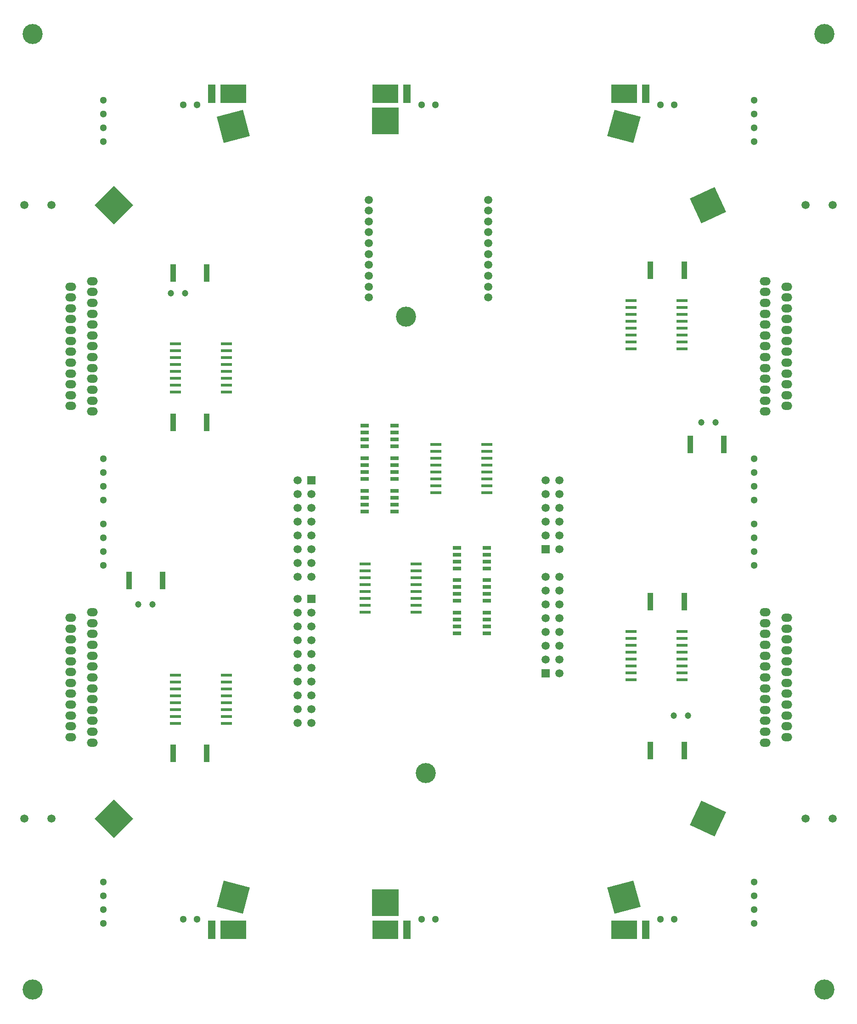
<source format=gts>
G04 (created by PCBNEW (2013-07-07 BZR 4022)-stable) date 8/26/2014 20:30:28*
%MOIN*%
G04 Gerber Fmt 3.4, Leading zero omitted, Abs format*
%FSLAX34Y34*%
G01*
G70*
G90*
G04 APERTURE LIST*
%ADD10C,0.00590551*%
%ADD11R,0.0393701X0.125984*%
%ADD12C,0.0590551*%
%ADD13R,0.0787402X0.023622*%
%ADD14R,0.0551181X0.132283*%
%ADD15R,0.191339X0.132283*%
%ADD16O,0.0787402X0.0590551*%
%ADD17R,0.19685X0.19685*%
%ADD18R,0.0590551X0.0590551*%
%ADD19C,0.0472441*%
%ADD20R,0.0590551X0.0275591*%
%ADD21C,0.0511811*%
%ADD22C,0.145669*%
G04 APERTURE END LIST*
G54D10*
G54D11*
X103307Y-54173D03*
X100866Y-54173D03*
X100433Y-41535D03*
X97992Y-41535D03*
X60157Y-64015D03*
X62598Y-64015D03*
X63346Y-76574D03*
X65787Y-76574D03*
X100433Y-76377D03*
X97992Y-76377D03*
X100433Y-65551D03*
X97992Y-65551D03*
X63346Y-41732D03*
X65787Y-41732D03*
X63346Y-52559D03*
X65787Y-52559D03*
G54D12*
X77559Y-36417D03*
X77559Y-37204D03*
X77559Y-37992D03*
X77559Y-38779D03*
X77559Y-39566D03*
X77559Y-40354D03*
X77559Y-41141D03*
X77559Y-41929D03*
X77559Y-42716D03*
X77559Y-43503D03*
X86220Y-43503D03*
X86220Y-42716D03*
X86220Y-41929D03*
X86220Y-41141D03*
X86220Y-40354D03*
X86220Y-39566D03*
X86220Y-38779D03*
X86220Y-37992D03*
X86220Y-37204D03*
X86220Y-36417D03*
G54D13*
X63503Y-70887D03*
X63503Y-71387D03*
X63503Y-71887D03*
X63503Y-72387D03*
X63503Y-72887D03*
X63503Y-73387D03*
X63503Y-73887D03*
X63503Y-74387D03*
X67204Y-74387D03*
X67204Y-73887D03*
X67204Y-73387D03*
X67204Y-72887D03*
X67204Y-72387D03*
X67204Y-71887D03*
X67204Y-71387D03*
X67204Y-70887D03*
X82401Y-54155D03*
X82401Y-54655D03*
X82401Y-55155D03*
X82401Y-55655D03*
X82401Y-56155D03*
X82401Y-56655D03*
X82401Y-57155D03*
X82401Y-57655D03*
X86102Y-57655D03*
X86102Y-57155D03*
X86102Y-56655D03*
X86102Y-56155D03*
X86102Y-55655D03*
X86102Y-55155D03*
X86102Y-54655D03*
X86102Y-54155D03*
X100275Y-71238D03*
X100275Y-70738D03*
X100275Y-70238D03*
X100275Y-69738D03*
X100275Y-69238D03*
X100275Y-68738D03*
X100275Y-68238D03*
X100275Y-67738D03*
X96574Y-67738D03*
X96574Y-68238D03*
X96574Y-68738D03*
X96574Y-69238D03*
X96574Y-69738D03*
X96574Y-70238D03*
X96574Y-70738D03*
X96574Y-71238D03*
X80984Y-66316D03*
X80984Y-65816D03*
X80984Y-65316D03*
X80984Y-64816D03*
X80984Y-64316D03*
X80984Y-63816D03*
X80984Y-63316D03*
X80984Y-62816D03*
X77283Y-62816D03*
X77283Y-63316D03*
X77283Y-63816D03*
X77283Y-64316D03*
X77283Y-64816D03*
X77283Y-65316D03*
X77283Y-65816D03*
X77283Y-66316D03*
X100275Y-47222D03*
X100275Y-46722D03*
X100275Y-46222D03*
X100275Y-45722D03*
X100275Y-45222D03*
X100275Y-44722D03*
X100275Y-44222D03*
X100275Y-43722D03*
X96574Y-43722D03*
X96574Y-44222D03*
X96574Y-44722D03*
X96574Y-45222D03*
X96574Y-45722D03*
X96574Y-46222D03*
X96574Y-46722D03*
X96574Y-47222D03*
X63503Y-46872D03*
X63503Y-47372D03*
X63503Y-47872D03*
X63503Y-48372D03*
X63503Y-48872D03*
X63503Y-49372D03*
X63503Y-49872D03*
X63503Y-50372D03*
X67204Y-50372D03*
X67204Y-49872D03*
X67204Y-49372D03*
X67204Y-48872D03*
X67204Y-48372D03*
X67204Y-47872D03*
X67204Y-47372D03*
X67204Y-46872D03*
G54D14*
X80314Y-28740D03*
G54D15*
X78747Y-28740D03*
G54D14*
X66141Y-89370D03*
G54D15*
X67709Y-89370D03*
G54D14*
X97637Y-89370D03*
G54D15*
X96070Y-89370D03*
G54D14*
X97637Y-28740D03*
G54D15*
X96070Y-28740D03*
G54D14*
X66141Y-28740D03*
G54D15*
X67709Y-28740D03*
G54D14*
X80314Y-89370D03*
G54D15*
X78747Y-89370D03*
G54D16*
X55905Y-51377D03*
X57480Y-51771D03*
X57480Y-50984D03*
X55905Y-50590D03*
X57480Y-49409D03*
X55905Y-49803D03*
X55905Y-49015D03*
X57480Y-50196D03*
X57480Y-48622D03*
X55905Y-48228D03*
X57480Y-47834D03*
X55905Y-47440D03*
X57480Y-47047D03*
X55905Y-46653D03*
X57480Y-46259D03*
X55905Y-45866D03*
X57480Y-45472D03*
X55905Y-45078D03*
X57480Y-44685D03*
X55905Y-44291D03*
X57480Y-43897D03*
X55905Y-43503D03*
X57480Y-43110D03*
X55905Y-42716D03*
X57480Y-42322D03*
X55905Y-75393D03*
X57480Y-75787D03*
X57480Y-75000D03*
X55905Y-74606D03*
X57480Y-73425D03*
X55905Y-73818D03*
X55905Y-73031D03*
X57480Y-74212D03*
X57480Y-72637D03*
X55905Y-72244D03*
X57480Y-71850D03*
X55905Y-71456D03*
X57480Y-71062D03*
X55905Y-70669D03*
X57480Y-70275D03*
X55905Y-69881D03*
X57480Y-69488D03*
X55905Y-69094D03*
X57480Y-68700D03*
X55905Y-68307D03*
X57480Y-67913D03*
X55905Y-67519D03*
X57480Y-67125D03*
X55905Y-66732D03*
X57480Y-66338D03*
X107874Y-42716D03*
X106299Y-42322D03*
X106299Y-43110D03*
X107874Y-43503D03*
X106299Y-44685D03*
X107874Y-44291D03*
X107874Y-45078D03*
X106299Y-43897D03*
X106299Y-45472D03*
X107874Y-45866D03*
X106299Y-46259D03*
X107874Y-46653D03*
X106299Y-47047D03*
X107874Y-47440D03*
X106299Y-47834D03*
X107874Y-48228D03*
X106299Y-48622D03*
X107874Y-49015D03*
X106299Y-49409D03*
X107874Y-49803D03*
X106299Y-50196D03*
X107874Y-50590D03*
X106299Y-50984D03*
X107874Y-51377D03*
X106299Y-51771D03*
X107874Y-66732D03*
X106299Y-66338D03*
X106299Y-67125D03*
X107874Y-67519D03*
X106299Y-68700D03*
X107874Y-68307D03*
X107874Y-69094D03*
X106299Y-67913D03*
X106299Y-69488D03*
X107874Y-69881D03*
X106299Y-70275D03*
X107874Y-70669D03*
X106299Y-71062D03*
X107874Y-71456D03*
X106299Y-71850D03*
X107874Y-72244D03*
X106299Y-72637D03*
X107874Y-73031D03*
X106299Y-73425D03*
X107874Y-73818D03*
X106299Y-74212D03*
X107874Y-74606D03*
X106299Y-75000D03*
X107874Y-75393D03*
X106299Y-75787D03*
G54D10*
G36*
X60447Y-81299D02*
X59055Y-82691D01*
X57663Y-81299D01*
X59055Y-79907D01*
X60447Y-81299D01*
X60447Y-81299D01*
G37*
G36*
X100857Y-36334D02*
X102641Y-35503D01*
X103473Y-37287D01*
X101689Y-38119D01*
X100857Y-36334D01*
X100857Y-36334D01*
G37*
G36*
X102641Y-82607D02*
X100857Y-81775D01*
X101689Y-79991D01*
X103473Y-80823D01*
X102641Y-82607D01*
X102641Y-82607D01*
G37*
G36*
X94857Y-31798D02*
X95367Y-29896D01*
X97268Y-30406D01*
X96758Y-32307D01*
X94857Y-31798D01*
X94857Y-31798D01*
G37*
G36*
X59055Y-38202D02*
X57663Y-36811D01*
X59055Y-35419D01*
X60447Y-36811D01*
X59055Y-38202D01*
X59055Y-38202D01*
G37*
G54D17*
X78740Y-87401D03*
G54D10*
G36*
X67020Y-32307D02*
X66511Y-30406D01*
X68412Y-29896D01*
X68921Y-31798D01*
X67020Y-32307D01*
X67020Y-32307D01*
G37*
G36*
X95367Y-88213D02*
X94857Y-86311D01*
X96758Y-85802D01*
X97268Y-87703D01*
X95367Y-88213D01*
X95367Y-88213D01*
G37*
G54D17*
X78740Y-30708D03*
G54D10*
G36*
X66511Y-87703D02*
X67020Y-85802D01*
X68921Y-86311D01*
X68412Y-88213D01*
X66511Y-87703D01*
X66511Y-87703D01*
G37*
G54D18*
X90389Y-70748D03*
G54D12*
X90389Y-69748D03*
X90389Y-68748D03*
X90389Y-67748D03*
X90389Y-66748D03*
X90389Y-65748D03*
X90389Y-64748D03*
X90389Y-63748D03*
X91389Y-63748D03*
X91389Y-64748D03*
X91389Y-65748D03*
X91389Y-66748D03*
X91389Y-67748D03*
X91389Y-68748D03*
X91389Y-69748D03*
X91389Y-70748D03*
G54D18*
X90389Y-61748D03*
G54D12*
X90389Y-60748D03*
X90389Y-59748D03*
X90389Y-58748D03*
X90389Y-57748D03*
X90389Y-56748D03*
X91389Y-56748D03*
X91389Y-57748D03*
X91389Y-58748D03*
X91389Y-59748D03*
X91389Y-60748D03*
X91389Y-61748D03*
X72389Y-70348D03*
X73389Y-70348D03*
X73389Y-71348D03*
X72389Y-71348D03*
X72389Y-73348D03*
X73389Y-73348D03*
X73389Y-72348D03*
X72389Y-72348D03*
X73389Y-74348D03*
X72389Y-74348D03*
X72389Y-69348D03*
X73389Y-69348D03*
X72389Y-67348D03*
X73389Y-67348D03*
X73389Y-68348D03*
X72389Y-68348D03*
X72389Y-66348D03*
X73389Y-66348D03*
G54D18*
X73389Y-65348D03*
G54D12*
X73389Y-63748D03*
X73389Y-62748D03*
X73389Y-61748D03*
X73389Y-60748D03*
X73389Y-59748D03*
X73389Y-58748D03*
X73389Y-57748D03*
G54D18*
X73389Y-56748D03*
G54D12*
X72389Y-56748D03*
X72389Y-57748D03*
X72389Y-58748D03*
X72389Y-59748D03*
X72389Y-60748D03*
X72389Y-61748D03*
X72389Y-62748D03*
X72389Y-63748D03*
X72389Y-65348D03*
G54D19*
X60826Y-65748D03*
X61850Y-65748D03*
X63188Y-43188D03*
X64212Y-43188D03*
X102716Y-52559D03*
X101692Y-52559D03*
X100708Y-73818D03*
X99685Y-73818D03*
G54D20*
X79429Y-53293D03*
X79429Y-53793D03*
X79429Y-52793D03*
X79429Y-54293D03*
X77263Y-54293D03*
X77263Y-53793D03*
X77263Y-53293D03*
X77263Y-52793D03*
X83956Y-62651D03*
X83956Y-62151D03*
X83956Y-63151D03*
X83956Y-61651D03*
X86122Y-61651D03*
X86122Y-62151D03*
X86122Y-62651D03*
X86122Y-63151D03*
X83956Y-65013D03*
X83956Y-64513D03*
X83956Y-65513D03*
X83956Y-64013D03*
X86122Y-64013D03*
X86122Y-64513D03*
X86122Y-65013D03*
X86122Y-65513D03*
X79429Y-55655D03*
X79429Y-56155D03*
X79429Y-55155D03*
X79429Y-56655D03*
X77263Y-56655D03*
X77263Y-56155D03*
X77263Y-55655D03*
X77263Y-55155D03*
X79429Y-58017D03*
X79429Y-58517D03*
X79429Y-57517D03*
X79429Y-59017D03*
X77263Y-59017D03*
X77263Y-58517D03*
X77263Y-58017D03*
X77263Y-57517D03*
X83956Y-67375D03*
X83956Y-66875D03*
X83956Y-67875D03*
X83956Y-66375D03*
X86122Y-66375D03*
X86122Y-66875D03*
X86122Y-67375D03*
X86122Y-67875D03*
G54D21*
X105511Y-60917D03*
X105511Y-61917D03*
X105511Y-59917D03*
X105511Y-62917D03*
X58267Y-87901D03*
X58267Y-86901D03*
X58267Y-88901D03*
X58267Y-85901D03*
X105511Y-86901D03*
X105511Y-87901D03*
X105511Y-85901D03*
X105511Y-88901D03*
X105511Y-30208D03*
X105511Y-31208D03*
X105511Y-29208D03*
X105511Y-32208D03*
X105511Y-56192D03*
X105511Y-57192D03*
X105511Y-55192D03*
X105511Y-58192D03*
X58267Y-31208D03*
X58267Y-30208D03*
X58267Y-32208D03*
X58267Y-29208D03*
X58267Y-57192D03*
X58267Y-56192D03*
X58267Y-58192D03*
X58267Y-55192D03*
X58267Y-61917D03*
X58267Y-60917D03*
X58267Y-62917D03*
X58267Y-59917D03*
X82389Y-88582D03*
X81389Y-88582D03*
X64066Y-29527D03*
X65066Y-29527D03*
X99712Y-88582D03*
X98712Y-88582D03*
X81389Y-29527D03*
X82389Y-29527D03*
X65066Y-88582D03*
X64066Y-88582D03*
X98712Y-29527D03*
X99712Y-29527D03*
G54D12*
X111220Y-81299D03*
X109251Y-81299D03*
X52559Y-81299D03*
X54527Y-81299D03*
X52559Y-36811D03*
X54527Y-36811D03*
X111220Y-36811D03*
X109251Y-36811D03*
G54D22*
X53149Y-24409D03*
X110629Y-24409D03*
X53149Y-93700D03*
X110629Y-93700D03*
X80236Y-44881D03*
X81692Y-77992D03*
M02*

</source>
